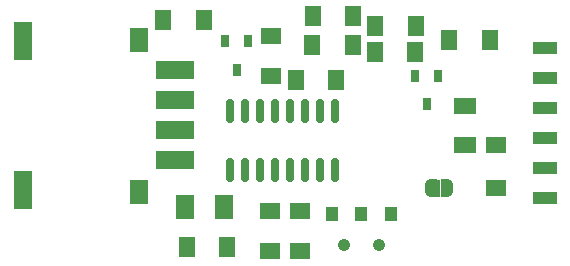
<source format=gbr>
%TF.GenerationSoftware,KiCad,Pcbnew,9.0.0*%
%TF.CreationDate,2025-04-18T15:14:15+05:30*%
%TF.ProjectId,FTDI-UPDI-CH340-Type-c-auto,46544449-2d55-4504-9449-2d4348333430,rev?*%
%TF.SameCoordinates,Original*%
%TF.FileFunction,Soldermask,Top*%
%TF.FilePolarity,Negative*%
%FSLAX46Y46*%
G04 Gerber Fmt 4.6, Leading zero omitted, Abs format (unit mm)*
G04 Created by KiCad (PCBNEW 9.0.0) date 2025-04-18 15:14:15*
%MOMM*%
%LPD*%
G01*
G04 APERTURE LIST*
G04 Aperture macros list*
%AMRoundRect*
0 Rectangle with rounded corners*
0 $1 Rounding radius*
0 $2 $3 $4 $5 $6 $7 $8 $9 X,Y pos of 4 corners*
0 Add a 4 corners polygon primitive as box body*
4,1,4,$2,$3,$4,$5,$6,$7,$8,$9,$2,$3,0*
0 Add four circle primitives for the rounded corners*
1,1,$1+$1,$2,$3*
1,1,$1+$1,$4,$5*
1,1,$1+$1,$6,$7*
1,1,$1+$1,$8,$9*
0 Add four rect primitives between the rounded corners*
20,1,$1+$1,$2,$3,$4,$5,0*
20,1,$1+$1,$4,$5,$6,$7,0*
20,1,$1+$1,$6,$7,$8,$9,0*
20,1,$1+$1,$8,$9,$2,$3,0*%
%AMFreePoly0*
4,1,23,0.500000,-0.750000,0.000000,-0.750000,0.000000,-0.745722,-0.065263,-0.745722,-0.191342,-0.711940,-0.304381,-0.646677,-0.396677,-0.554381,-0.461940,-0.441342,-0.495722,-0.315263,-0.495722,-0.250000,-0.500000,-0.250000,-0.500000,0.250000,-0.495722,0.250000,-0.495722,0.315263,-0.461940,0.441342,-0.396677,0.554381,-0.304381,0.646677,-0.191342,0.711940,-0.065263,0.745722,0.000000,0.745722,
0.000000,0.750000,0.500000,0.750000,0.500000,-0.750000,0.500000,-0.750000,$1*%
%AMFreePoly1*
4,1,23,0.000000,0.745722,0.065263,0.745722,0.191342,0.711940,0.304381,0.646677,0.396677,0.554381,0.461940,0.441342,0.495722,0.315263,0.495722,0.250000,0.500000,0.250000,0.500000,-0.250000,0.495722,-0.250000,0.495722,-0.315263,0.461940,-0.441342,0.396677,-0.554381,0.304381,-0.646677,0.191342,-0.711940,0.065263,-0.745722,0.000000,-0.745722,0.000000,-0.750000,-0.500000,-0.750000,
-0.500000,0.750000,0.000000,0.750000,0.000000,0.745722,0.000000,0.745722,$1*%
G04 Aperture macros list end*
%ADD10R,2.000000X1.000000*%
%ADD11R,1.700000X1.400000*%
%ADD12R,1.400000X1.700000*%
%ADD13R,1.900000X1.400000*%
%ADD14R,3.200000X1.600000*%
%ADD15R,1.600000X2.000000*%
%ADD16R,1.600000X3.200000*%
%ADD17R,0.700000X1.000000*%
%ADD18R,1.500000X2.000000*%
%ADD19C,1.050000*%
%ADD20R,1.000000X1.200000*%
%ADD21RoundRect,0.150000X-0.150000X0.825000X-0.150000X-0.825000X0.150000X-0.825000X0.150000X0.825000X0*%
%ADD22FreePoly0,0.000000*%
%ADD23FreePoly1,0.000000*%
G04 APERTURE END LIST*
%TO.C,JP2*%
G36*
X148998818Y-101320361D02*
G01*
X149298818Y-101320361D01*
X149298818Y-102820361D01*
X148998818Y-102820361D01*
X148998818Y-101320361D01*
G37*
%TD*%
D10*
%TO.C,J2*%
X158115000Y-90170000D03*
X158115000Y-92710000D03*
X158115000Y-95250000D03*
X158115000Y-97790000D03*
X158115000Y-100330000D03*
X158115000Y-102870000D03*
%TD*%
D11*
%TO.C,C1*%
X137449528Y-103997945D03*
X137449528Y-107397945D03*
%TD*%
D12*
%TO.C,C2*%
X137036467Y-92899194D03*
X140436467Y-92899194D03*
%TD*%
%TO.C,R3*%
X131258966Y-107019280D03*
X127858966Y-107019280D03*
%TD*%
%TO.C,R1*%
X138464115Y-89889293D03*
X141864115Y-89889293D03*
%TD*%
D13*
%TO.C,D5*%
X151423526Y-95097538D03*
X151423526Y-98397538D03*
%TD*%
D14*
%TO.C,J1*%
X126795091Y-99685605D03*
X126795091Y-97145605D03*
X126795091Y-94605605D03*
X126795091Y-92065605D03*
D15*
X123782214Y-102342302D03*
D16*
X113964851Y-102239403D03*
X113961026Y-89549639D03*
D15*
X123772591Y-89538799D03*
%TD*%
D17*
%TO.C,U2*%
X132997631Y-89610605D03*
X131097631Y-89610605D03*
X132047631Y-92010605D03*
%TD*%
D12*
%TO.C,D1*%
X147179148Y-90516950D03*
X143779148Y-90516950D03*
%TD*%
D18*
%TO.C,D3*%
X130984641Y-103632261D03*
X127684641Y-103632261D03*
%TD*%
D12*
%TO.C,R5*%
X153465000Y-89535000D03*
X150065000Y-89535000D03*
%TD*%
%TO.C,R2*%
X138508163Y-87466645D03*
X141908163Y-87466645D03*
%TD*%
D19*
%TO.C,SW1*%
X141097802Y-106854511D03*
X144097802Y-106854511D03*
D20*
X140097802Y-104254511D03*
X142597802Y-104254511D03*
X145097802Y-104254511D03*
%TD*%
D12*
%TO.C,C4*%
X129245034Y-87774927D03*
X125845034Y-87774927D03*
%TD*%
D11*
%TO.C,D4*%
X134844304Y-107397945D03*
X134844304Y-103997945D03*
%TD*%
%TO.C,R4*%
X153975722Y-98427494D03*
X153975722Y-102027494D03*
%TD*%
D21*
%TO.C,U1*%
X140335000Y-95545001D03*
X139065000Y-95545001D03*
X137795000Y-95545001D03*
X136525000Y-95545001D03*
X135255000Y-95545001D03*
X133985000Y-95545001D03*
X132715000Y-95545001D03*
X131445000Y-95545001D03*
X131445000Y-100495001D03*
X132715000Y-100495001D03*
X133985000Y-100495001D03*
X135255000Y-100495001D03*
X136525000Y-100495001D03*
X137795000Y-100495001D03*
X139065000Y-100495001D03*
X140335000Y-100495001D03*
%TD*%
D22*
%TO.C,JP2*%
X148498818Y-102070361D03*
D23*
X149898818Y-102070361D03*
%TD*%
D11*
%TO.C,C3*%
X134996347Y-89172870D03*
X134996347Y-92572870D03*
%TD*%
D12*
%TO.C,D2*%
X147193611Y-88285287D03*
X143793611Y-88285287D03*
%TD*%
D17*
%TO.C,Q1*%
X149072144Y-92526400D03*
X147172144Y-92526400D03*
X148122144Y-94926400D03*
%TD*%
M02*

</source>
